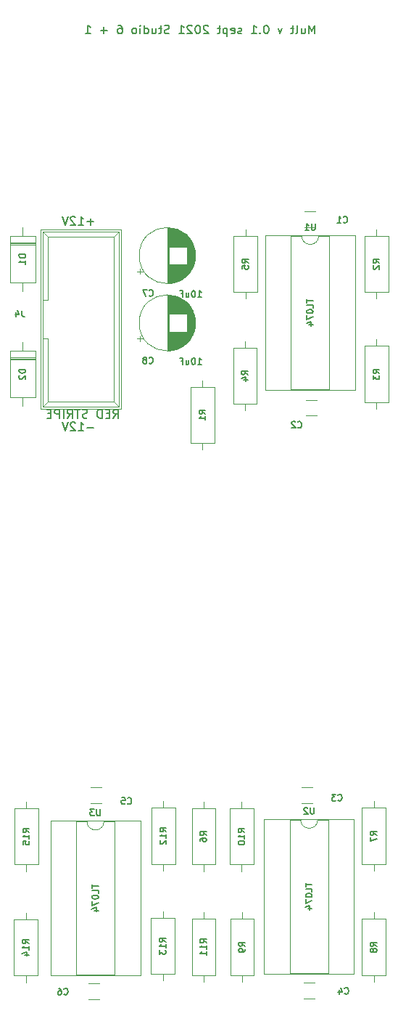
<source format=gbr>
%TF.GenerationSoftware,KiCad,Pcbnew,(5.1.9)-1*%
%TF.CreationDate,2021-09-13T19:49:27+01:00*%
%TF.ProjectId,KOSMO Mult,4b4f534d-4f20-44d7-956c-742e6b696361,rev?*%
%TF.SameCoordinates,Original*%
%TF.FileFunction,Legend,Bot*%
%TF.FilePolarity,Positive*%
%FSLAX46Y46*%
G04 Gerber Fmt 4.6, Leading zero omitted, Abs format (unit mm)*
G04 Created by KiCad (PCBNEW (5.1.9)-1) date 2021-09-13 19:49:27*
%MOMM*%
%LPD*%
G01*
G04 APERTURE LIST*
%ADD10C,0.150000*%
%ADD11C,0.120000*%
G04 APERTURE END LIST*
D10*
X53743142Y-37091880D02*
X53743142Y-36091880D01*
X53409809Y-36806166D01*
X53076476Y-36091880D01*
X53076476Y-37091880D01*
X52171714Y-36425214D02*
X52171714Y-37091880D01*
X52600285Y-36425214D02*
X52600285Y-36949023D01*
X52552666Y-37044261D01*
X52457428Y-37091880D01*
X52314571Y-37091880D01*
X52219333Y-37044261D01*
X52171714Y-36996642D01*
X51552666Y-37091880D02*
X51647904Y-37044261D01*
X51695523Y-36949023D01*
X51695523Y-36091880D01*
X51314571Y-36425214D02*
X50933619Y-36425214D01*
X51171714Y-36091880D02*
X51171714Y-36949023D01*
X51124095Y-37044261D01*
X51028857Y-37091880D01*
X50933619Y-37091880D01*
X49933619Y-36425214D02*
X49695523Y-37091880D01*
X49457428Y-36425214D01*
X48124095Y-36091880D02*
X48028857Y-36091880D01*
X47933619Y-36139500D01*
X47886000Y-36187119D01*
X47838380Y-36282357D01*
X47790761Y-36472833D01*
X47790761Y-36710928D01*
X47838380Y-36901404D01*
X47886000Y-36996642D01*
X47933619Y-37044261D01*
X48028857Y-37091880D01*
X48124095Y-37091880D01*
X48219333Y-37044261D01*
X48266952Y-36996642D01*
X48314571Y-36901404D01*
X48362190Y-36710928D01*
X48362190Y-36472833D01*
X48314571Y-36282357D01*
X48266952Y-36187119D01*
X48219333Y-36139500D01*
X48124095Y-36091880D01*
X47362190Y-36996642D02*
X47314571Y-37044261D01*
X47362190Y-37091880D01*
X47409809Y-37044261D01*
X47362190Y-36996642D01*
X47362190Y-37091880D01*
X46362190Y-37091880D02*
X46933619Y-37091880D01*
X46647904Y-37091880D02*
X46647904Y-36091880D01*
X46743142Y-36234738D01*
X46838380Y-36329976D01*
X46933619Y-36377595D01*
X45219333Y-37044261D02*
X45124095Y-37091880D01*
X44933619Y-37091880D01*
X44838380Y-37044261D01*
X44790761Y-36949023D01*
X44790761Y-36901404D01*
X44838380Y-36806166D01*
X44933619Y-36758547D01*
X45076476Y-36758547D01*
X45171714Y-36710928D01*
X45219333Y-36615690D01*
X45219333Y-36568071D01*
X45171714Y-36472833D01*
X45076476Y-36425214D01*
X44933619Y-36425214D01*
X44838380Y-36472833D01*
X43981238Y-37044261D02*
X44076476Y-37091880D01*
X44266952Y-37091880D01*
X44362190Y-37044261D01*
X44409809Y-36949023D01*
X44409809Y-36568071D01*
X44362190Y-36472833D01*
X44266952Y-36425214D01*
X44076476Y-36425214D01*
X43981238Y-36472833D01*
X43933619Y-36568071D01*
X43933619Y-36663309D01*
X44409809Y-36758547D01*
X43505047Y-36425214D02*
X43505047Y-37425214D01*
X43505047Y-36472833D02*
X43409809Y-36425214D01*
X43219333Y-36425214D01*
X43124095Y-36472833D01*
X43076476Y-36520452D01*
X43028857Y-36615690D01*
X43028857Y-36901404D01*
X43076476Y-36996642D01*
X43124095Y-37044261D01*
X43219333Y-37091880D01*
X43409809Y-37091880D01*
X43505047Y-37044261D01*
X42743142Y-36425214D02*
X42362190Y-36425214D01*
X42600285Y-36091880D02*
X42600285Y-36949023D01*
X42552666Y-37044261D01*
X42457428Y-37091880D01*
X42362190Y-37091880D01*
X41314571Y-36187119D02*
X41266952Y-36139500D01*
X41171714Y-36091880D01*
X40933619Y-36091880D01*
X40838380Y-36139500D01*
X40790761Y-36187119D01*
X40743142Y-36282357D01*
X40743142Y-36377595D01*
X40790761Y-36520452D01*
X41362190Y-37091880D01*
X40743142Y-37091880D01*
X40124095Y-36091880D02*
X40028857Y-36091880D01*
X39933619Y-36139500D01*
X39886000Y-36187119D01*
X39838380Y-36282357D01*
X39790761Y-36472833D01*
X39790761Y-36710928D01*
X39838380Y-36901404D01*
X39886000Y-36996642D01*
X39933619Y-37044261D01*
X40028857Y-37091880D01*
X40124095Y-37091880D01*
X40219333Y-37044261D01*
X40266952Y-36996642D01*
X40314571Y-36901404D01*
X40362190Y-36710928D01*
X40362190Y-36472833D01*
X40314571Y-36282357D01*
X40266952Y-36187119D01*
X40219333Y-36139500D01*
X40124095Y-36091880D01*
X39409809Y-36187119D02*
X39362190Y-36139500D01*
X39266952Y-36091880D01*
X39028857Y-36091880D01*
X38933619Y-36139500D01*
X38886000Y-36187119D01*
X38838380Y-36282357D01*
X38838380Y-36377595D01*
X38886000Y-36520452D01*
X39457428Y-37091880D01*
X38838380Y-37091880D01*
X37886000Y-37091880D02*
X38457428Y-37091880D01*
X38171714Y-37091880D02*
X38171714Y-36091880D01*
X38266952Y-36234738D01*
X38362190Y-36329976D01*
X38457428Y-36377595D01*
X36743142Y-37044261D02*
X36600285Y-37091880D01*
X36362190Y-37091880D01*
X36266952Y-37044261D01*
X36219333Y-36996642D01*
X36171714Y-36901404D01*
X36171714Y-36806166D01*
X36219333Y-36710928D01*
X36266952Y-36663309D01*
X36362190Y-36615690D01*
X36552666Y-36568071D01*
X36647904Y-36520452D01*
X36695523Y-36472833D01*
X36743142Y-36377595D01*
X36743142Y-36282357D01*
X36695523Y-36187119D01*
X36647904Y-36139500D01*
X36552666Y-36091880D01*
X36314571Y-36091880D01*
X36171714Y-36139500D01*
X35886000Y-36425214D02*
X35505047Y-36425214D01*
X35743142Y-36091880D02*
X35743142Y-36949023D01*
X35695523Y-37044261D01*
X35600285Y-37091880D01*
X35505047Y-37091880D01*
X34743142Y-36425214D02*
X34743142Y-37091880D01*
X35171714Y-36425214D02*
X35171714Y-36949023D01*
X35124095Y-37044261D01*
X35028857Y-37091880D01*
X34886000Y-37091880D01*
X34790761Y-37044261D01*
X34743142Y-36996642D01*
X33838380Y-37091880D02*
X33838380Y-36091880D01*
X33838380Y-37044261D02*
X33933619Y-37091880D01*
X34124095Y-37091880D01*
X34219333Y-37044261D01*
X34266952Y-36996642D01*
X34314571Y-36901404D01*
X34314571Y-36615690D01*
X34266952Y-36520452D01*
X34219333Y-36472833D01*
X34124095Y-36425214D01*
X33933619Y-36425214D01*
X33838380Y-36472833D01*
X33362190Y-37091880D02*
X33362190Y-36425214D01*
X33362190Y-36091880D02*
X33409809Y-36139500D01*
X33362190Y-36187119D01*
X33314571Y-36139500D01*
X33362190Y-36091880D01*
X33362190Y-36187119D01*
X32743142Y-37091880D02*
X32838380Y-37044261D01*
X32886000Y-36996642D01*
X32933619Y-36901404D01*
X32933619Y-36615690D01*
X32886000Y-36520452D01*
X32838380Y-36472833D01*
X32743142Y-36425214D01*
X32600285Y-36425214D01*
X32505047Y-36472833D01*
X32457428Y-36520452D01*
X32409809Y-36615690D01*
X32409809Y-36901404D01*
X32457428Y-36996642D01*
X32505047Y-37044261D01*
X32600285Y-37091880D01*
X32743142Y-37091880D01*
X30790761Y-36091880D02*
X30981238Y-36091880D01*
X31076476Y-36139500D01*
X31124095Y-36187119D01*
X31219333Y-36329976D01*
X31266952Y-36520452D01*
X31266952Y-36901404D01*
X31219333Y-36996642D01*
X31171714Y-37044261D01*
X31076476Y-37091880D01*
X30886000Y-37091880D01*
X30790761Y-37044261D01*
X30743142Y-36996642D01*
X30695523Y-36901404D01*
X30695523Y-36663309D01*
X30743142Y-36568071D01*
X30790761Y-36520452D01*
X30886000Y-36472833D01*
X31076476Y-36472833D01*
X31171714Y-36520452D01*
X31219333Y-36568071D01*
X31266952Y-36663309D01*
X29505047Y-36710928D02*
X28743142Y-36710928D01*
X29124095Y-37091880D02*
X29124095Y-36329976D01*
X26981238Y-37091880D02*
X27552666Y-37091880D01*
X27266952Y-37091880D02*
X27266952Y-36091880D01*
X27362190Y-36234738D01*
X27457428Y-36329976D01*
X27552666Y-36377595D01*
D11*
%TO.C,C1*%
X52564000Y-57817500D02*
X53822000Y-57817500D01*
X52564000Y-59657500D02*
X53822000Y-59657500D01*
%TO.C,C2*%
X52754500Y-79788500D02*
X54012500Y-79788500D01*
X52754500Y-81628500D02*
X54012500Y-81628500D01*
%TO.C,C3*%
X52183000Y-124937000D02*
X53441000Y-124937000D01*
X52183000Y-126777000D02*
X53441000Y-126777000D01*
%TO.C,C4*%
X52437000Y-149573500D02*
X53695000Y-149573500D01*
X52437000Y-147733500D02*
X53695000Y-147733500D01*
%TO.C,C5*%
X27608500Y-126777000D02*
X28866500Y-126777000D01*
X27608500Y-124937000D02*
X28866500Y-124937000D01*
%TO.C,C6*%
X27354500Y-149637000D02*
X28612500Y-149637000D01*
X27354500Y-147797000D02*
X28612500Y-147797000D01*
%TO.C,C7*%
X33335001Y-65103999D02*
X33335001Y-64473999D01*
X33020001Y-64788999D02*
X33650001Y-64788999D01*
X39761242Y-63351999D02*
X39761242Y-62547999D01*
X39721242Y-63582999D02*
X39721242Y-62316999D01*
X39681242Y-63751999D02*
X39681242Y-62147999D01*
X39641242Y-63889999D02*
X39641242Y-62009999D01*
X39601242Y-64008999D02*
X39601242Y-61890999D01*
X39561242Y-64114999D02*
X39561242Y-61784999D01*
X39521242Y-64211999D02*
X39521242Y-61687999D01*
X39481242Y-64299999D02*
X39481242Y-61599999D01*
X39441242Y-64381999D02*
X39441242Y-61517999D01*
X39401242Y-64458999D02*
X39401242Y-61440999D01*
X39361242Y-64530999D02*
X39361242Y-61368999D01*
X39321242Y-64599999D02*
X39321242Y-61299999D01*
X39281242Y-64663999D02*
X39281242Y-61235999D01*
X39241242Y-64725999D02*
X39241242Y-61173999D01*
X39201242Y-64783999D02*
X39201242Y-61115999D01*
X39161242Y-64839999D02*
X39161242Y-61059999D01*
X39121242Y-64893999D02*
X39121242Y-61005999D01*
X39081242Y-64944999D02*
X39081242Y-60954999D01*
X39041242Y-64993999D02*
X39041242Y-60905999D01*
X39001242Y-65041999D02*
X39001242Y-60857999D01*
X38961242Y-65086999D02*
X38961242Y-60812999D01*
X38921242Y-65131999D02*
X38921242Y-60767999D01*
X38881242Y-65173999D02*
X38881242Y-60725999D01*
X38841242Y-65214999D02*
X38841242Y-60684999D01*
X38801242Y-61909999D02*
X38801242Y-60644999D01*
X38801242Y-65254999D02*
X38801242Y-63989999D01*
X38761242Y-61909999D02*
X38761242Y-60606999D01*
X38761242Y-65292999D02*
X38761242Y-63989999D01*
X38721242Y-61909999D02*
X38721242Y-60569999D01*
X38721242Y-65329999D02*
X38721242Y-63989999D01*
X38681242Y-61909999D02*
X38681242Y-60533999D01*
X38681242Y-65365999D02*
X38681242Y-63989999D01*
X38641242Y-61909999D02*
X38641242Y-60499999D01*
X38641242Y-65399999D02*
X38641242Y-63989999D01*
X38601242Y-61909999D02*
X38601242Y-60465999D01*
X38601242Y-65433999D02*
X38601242Y-63989999D01*
X38561242Y-61909999D02*
X38561242Y-60433999D01*
X38561242Y-65465999D02*
X38561242Y-63989999D01*
X38521242Y-61909999D02*
X38521242Y-60401999D01*
X38521242Y-65497999D02*
X38521242Y-63989999D01*
X38481242Y-61909999D02*
X38481242Y-60371999D01*
X38481242Y-65527999D02*
X38481242Y-63989999D01*
X38441242Y-61909999D02*
X38441242Y-60342999D01*
X38441242Y-65556999D02*
X38441242Y-63989999D01*
X38401242Y-61909999D02*
X38401242Y-60313999D01*
X38401242Y-65585999D02*
X38401242Y-63989999D01*
X38361242Y-61909999D02*
X38361242Y-60285999D01*
X38361242Y-65613999D02*
X38361242Y-63989999D01*
X38321242Y-61909999D02*
X38321242Y-60259999D01*
X38321242Y-65639999D02*
X38321242Y-63989999D01*
X38281242Y-61909999D02*
X38281242Y-60233999D01*
X38281242Y-65665999D02*
X38281242Y-63989999D01*
X38241242Y-61909999D02*
X38241242Y-60207999D01*
X38241242Y-65691999D02*
X38241242Y-63989999D01*
X38201242Y-61909999D02*
X38201242Y-60183999D01*
X38201242Y-65715999D02*
X38201242Y-63989999D01*
X38161242Y-61909999D02*
X38161242Y-60159999D01*
X38161242Y-65739999D02*
X38161242Y-63989999D01*
X38121242Y-61909999D02*
X38121242Y-60137999D01*
X38121242Y-65761999D02*
X38121242Y-63989999D01*
X38081242Y-61909999D02*
X38081242Y-60115999D01*
X38081242Y-65783999D02*
X38081242Y-63989999D01*
X38041242Y-61909999D02*
X38041242Y-60093999D01*
X38041242Y-65805999D02*
X38041242Y-63989999D01*
X38001242Y-61909999D02*
X38001242Y-60073999D01*
X38001242Y-65825999D02*
X38001242Y-63989999D01*
X37961242Y-61909999D02*
X37961242Y-60053999D01*
X37961242Y-65845999D02*
X37961242Y-63989999D01*
X37921242Y-61909999D02*
X37921242Y-60033999D01*
X37921242Y-65865999D02*
X37921242Y-63989999D01*
X37881242Y-61909999D02*
X37881242Y-60015999D01*
X37881242Y-65883999D02*
X37881242Y-63989999D01*
X37841242Y-61909999D02*
X37841242Y-59997999D01*
X37841242Y-65901999D02*
X37841242Y-63989999D01*
X37801242Y-61909999D02*
X37801242Y-59979999D01*
X37801242Y-65919999D02*
X37801242Y-63989999D01*
X37761242Y-61909999D02*
X37761242Y-59963999D01*
X37761242Y-65935999D02*
X37761242Y-63989999D01*
X37721242Y-61909999D02*
X37721242Y-59947999D01*
X37721242Y-65951999D02*
X37721242Y-63989999D01*
X37681242Y-61909999D02*
X37681242Y-59931999D01*
X37681242Y-65967999D02*
X37681242Y-63989999D01*
X37641242Y-61909999D02*
X37641242Y-59916999D01*
X37641242Y-65982999D02*
X37641242Y-63989999D01*
X37601242Y-61909999D02*
X37601242Y-59902999D01*
X37601242Y-65996999D02*
X37601242Y-63989999D01*
X37561242Y-61909999D02*
X37561242Y-59888999D01*
X37561242Y-66010999D02*
X37561242Y-63989999D01*
X37521242Y-61909999D02*
X37521242Y-59875999D01*
X37521242Y-66023999D02*
X37521242Y-63989999D01*
X37481242Y-61909999D02*
X37481242Y-59863999D01*
X37481242Y-66035999D02*
X37481242Y-63989999D01*
X37441242Y-61909999D02*
X37441242Y-59851999D01*
X37441242Y-66047999D02*
X37441242Y-63989999D01*
X37401242Y-61909999D02*
X37401242Y-59839999D01*
X37401242Y-66059999D02*
X37401242Y-63989999D01*
X37361242Y-61909999D02*
X37361242Y-59828999D01*
X37361242Y-66070999D02*
X37361242Y-63989999D01*
X37321242Y-61909999D02*
X37321242Y-59818999D01*
X37321242Y-66080999D02*
X37321242Y-63989999D01*
X37281242Y-61909999D02*
X37281242Y-59808999D01*
X37281242Y-66090999D02*
X37281242Y-63989999D01*
X37241242Y-61909999D02*
X37241242Y-59799999D01*
X37241242Y-66099999D02*
X37241242Y-63989999D01*
X37200242Y-61909999D02*
X37200242Y-59790999D01*
X37200242Y-66108999D02*
X37200242Y-63989999D01*
X37160242Y-61909999D02*
X37160242Y-59782999D01*
X37160242Y-66116999D02*
X37160242Y-63989999D01*
X37120242Y-61909999D02*
X37120242Y-59774999D01*
X37120242Y-66124999D02*
X37120242Y-63989999D01*
X37080242Y-61909999D02*
X37080242Y-59767999D01*
X37080242Y-66131999D02*
X37080242Y-63989999D01*
X37040242Y-61909999D02*
X37040242Y-59760999D01*
X37040242Y-66138999D02*
X37040242Y-63989999D01*
X37000242Y-61909999D02*
X37000242Y-59754999D01*
X37000242Y-66144999D02*
X37000242Y-63989999D01*
X36960242Y-61909999D02*
X36960242Y-59748999D01*
X36960242Y-66150999D02*
X36960242Y-63989999D01*
X36920242Y-61909999D02*
X36920242Y-59743999D01*
X36920242Y-66155999D02*
X36920242Y-63989999D01*
X36880242Y-61909999D02*
X36880242Y-59738999D01*
X36880242Y-66160999D02*
X36880242Y-63989999D01*
X36840242Y-61909999D02*
X36840242Y-59734999D01*
X36840242Y-66164999D02*
X36840242Y-63989999D01*
X36800242Y-61909999D02*
X36800242Y-59731999D01*
X36800242Y-66167999D02*
X36800242Y-63989999D01*
X36760242Y-61909999D02*
X36760242Y-59727999D01*
X36760242Y-66171999D02*
X36760242Y-63989999D01*
X36720242Y-66173999D02*
X36720242Y-59725999D01*
X36680242Y-66176999D02*
X36680242Y-59722999D01*
X36640242Y-66177999D02*
X36640242Y-59721999D01*
X36600242Y-66179999D02*
X36600242Y-59719999D01*
X36560242Y-66179999D02*
X36560242Y-59719999D01*
X36520242Y-66179999D02*
X36520242Y-59719999D01*
X39790242Y-62949999D02*
G75*
G03*
X39790242Y-62949999I-3270000J0D01*
G01*
%TO.C,C8*%
X39790242Y-70799999D02*
G75*
G03*
X39790242Y-70799999I-3270000J0D01*
G01*
X36520242Y-74029999D02*
X36520242Y-67569999D01*
X36560242Y-74029999D02*
X36560242Y-67569999D01*
X36600242Y-74029999D02*
X36600242Y-67569999D01*
X36640242Y-74027999D02*
X36640242Y-67571999D01*
X36680242Y-74026999D02*
X36680242Y-67572999D01*
X36720242Y-74023999D02*
X36720242Y-67575999D01*
X36760242Y-74021999D02*
X36760242Y-71839999D01*
X36760242Y-69759999D02*
X36760242Y-67577999D01*
X36800242Y-74017999D02*
X36800242Y-71839999D01*
X36800242Y-69759999D02*
X36800242Y-67581999D01*
X36840242Y-74014999D02*
X36840242Y-71839999D01*
X36840242Y-69759999D02*
X36840242Y-67584999D01*
X36880242Y-74010999D02*
X36880242Y-71839999D01*
X36880242Y-69759999D02*
X36880242Y-67588999D01*
X36920242Y-74005999D02*
X36920242Y-71839999D01*
X36920242Y-69759999D02*
X36920242Y-67593999D01*
X36960242Y-74000999D02*
X36960242Y-71839999D01*
X36960242Y-69759999D02*
X36960242Y-67598999D01*
X37000242Y-73994999D02*
X37000242Y-71839999D01*
X37000242Y-69759999D02*
X37000242Y-67604999D01*
X37040242Y-73988999D02*
X37040242Y-71839999D01*
X37040242Y-69759999D02*
X37040242Y-67610999D01*
X37080242Y-73981999D02*
X37080242Y-71839999D01*
X37080242Y-69759999D02*
X37080242Y-67617999D01*
X37120242Y-73974999D02*
X37120242Y-71839999D01*
X37120242Y-69759999D02*
X37120242Y-67624999D01*
X37160242Y-73966999D02*
X37160242Y-71839999D01*
X37160242Y-69759999D02*
X37160242Y-67632999D01*
X37200242Y-73958999D02*
X37200242Y-71839999D01*
X37200242Y-69759999D02*
X37200242Y-67640999D01*
X37241242Y-73949999D02*
X37241242Y-71839999D01*
X37241242Y-69759999D02*
X37241242Y-67649999D01*
X37281242Y-73940999D02*
X37281242Y-71839999D01*
X37281242Y-69759999D02*
X37281242Y-67658999D01*
X37321242Y-73930999D02*
X37321242Y-71839999D01*
X37321242Y-69759999D02*
X37321242Y-67668999D01*
X37361242Y-73920999D02*
X37361242Y-71839999D01*
X37361242Y-69759999D02*
X37361242Y-67678999D01*
X37401242Y-73909999D02*
X37401242Y-71839999D01*
X37401242Y-69759999D02*
X37401242Y-67689999D01*
X37441242Y-73897999D02*
X37441242Y-71839999D01*
X37441242Y-69759999D02*
X37441242Y-67701999D01*
X37481242Y-73885999D02*
X37481242Y-71839999D01*
X37481242Y-69759999D02*
X37481242Y-67713999D01*
X37521242Y-73873999D02*
X37521242Y-71839999D01*
X37521242Y-69759999D02*
X37521242Y-67725999D01*
X37561242Y-73860999D02*
X37561242Y-71839999D01*
X37561242Y-69759999D02*
X37561242Y-67738999D01*
X37601242Y-73846999D02*
X37601242Y-71839999D01*
X37601242Y-69759999D02*
X37601242Y-67752999D01*
X37641242Y-73832999D02*
X37641242Y-71839999D01*
X37641242Y-69759999D02*
X37641242Y-67766999D01*
X37681242Y-73817999D02*
X37681242Y-71839999D01*
X37681242Y-69759999D02*
X37681242Y-67781999D01*
X37721242Y-73801999D02*
X37721242Y-71839999D01*
X37721242Y-69759999D02*
X37721242Y-67797999D01*
X37761242Y-73785999D02*
X37761242Y-71839999D01*
X37761242Y-69759999D02*
X37761242Y-67813999D01*
X37801242Y-73769999D02*
X37801242Y-71839999D01*
X37801242Y-69759999D02*
X37801242Y-67829999D01*
X37841242Y-73751999D02*
X37841242Y-71839999D01*
X37841242Y-69759999D02*
X37841242Y-67847999D01*
X37881242Y-73733999D02*
X37881242Y-71839999D01*
X37881242Y-69759999D02*
X37881242Y-67865999D01*
X37921242Y-73715999D02*
X37921242Y-71839999D01*
X37921242Y-69759999D02*
X37921242Y-67883999D01*
X37961242Y-73695999D02*
X37961242Y-71839999D01*
X37961242Y-69759999D02*
X37961242Y-67903999D01*
X38001242Y-73675999D02*
X38001242Y-71839999D01*
X38001242Y-69759999D02*
X38001242Y-67923999D01*
X38041242Y-73655999D02*
X38041242Y-71839999D01*
X38041242Y-69759999D02*
X38041242Y-67943999D01*
X38081242Y-73633999D02*
X38081242Y-71839999D01*
X38081242Y-69759999D02*
X38081242Y-67965999D01*
X38121242Y-73611999D02*
X38121242Y-71839999D01*
X38121242Y-69759999D02*
X38121242Y-67987999D01*
X38161242Y-73589999D02*
X38161242Y-71839999D01*
X38161242Y-69759999D02*
X38161242Y-68009999D01*
X38201242Y-73565999D02*
X38201242Y-71839999D01*
X38201242Y-69759999D02*
X38201242Y-68033999D01*
X38241242Y-73541999D02*
X38241242Y-71839999D01*
X38241242Y-69759999D02*
X38241242Y-68057999D01*
X38281242Y-73515999D02*
X38281242Y-71839999D01*
X38281242Y-69759999D02*
X38281242Y-68083999D01*
X38321242Y-73489999D02*
X38321242Y-71839999D01*
X38321242Y-69759999D02*
X38321242Y-68109999D01*
X38361242Y-73463999D02*
X38361242Y-71839999D01*
X38361242Y-69759999D02*
X38361242Y-68135999D01*
X38401242Y-73435999D02*
X38401242Y-71839999D01*
X38401242Y-69759999D02*
X38401242Y-68163999D01*
X38441242Y-73406999D02*
X38441242Y-71839999D01*
X38441242Y-69759999D02*
X38441242Y-68192999D01*
X38481242Y-73377999D02*
X38481242Y-71839999D01*
X38481242Y-69759999D02*
X38481242Y-68221999D01*
X38521242Y-73347999D02*
X38521242Y-71839999D01*
X38521242Y-69759999D02*
X38521242Y-68251999D01*
X38561242Y-73315999D02*
X38561242Y-71839999D01*
X38561242Y-69759999D02*
X38561242Y-68283999D01*
X38601242Y-73283999D02*
X38601242Y-71839999D01*
X38601242Y-69759999D02*
X38601242Y-68315999D01*
X38641242Y-73249999D02*
X38641242Y-71839999D01*
X38641242Y-69759999D02*
X38641242Y-68349999D01*
X38681242Y-73215999D02*
X38681242Y-71839999D01*
X38681242Y-69759999D02*
X38681242Y-68383999D01*
X38721242Y-73179999D02*
X38721242Y-71839999D01*
X38721242Y-69759999D02*
X38721242Y-68419999D01*
X38761242Y-73142999D02*
X38761242Y-71839999D01*
X38761242Y-69759999D02*
X38761242Y-68456999D01*
X38801242Y-73104999D02*
X38801242Y-71839999D01*
X38801242Y-69759999D02*
X38801242Y-68494999D01*
X38841242Y-73064999D02*
X38841242Y-68534999D01*
X38881242Y-73023999D02*
X38881242Y-68575999D01*
X38921242Y-72981999D02*
X38921242Y-68617999D01*
X38961242Y-72936999D02*
X38961242Y-68662999D01*
X39001242Y-72891999D02*
X39001242Y-68707999D01*
X39041242Y-72843999D02*
X39041242Y-68755999D01*
X39081242Y-72794999D02*
X39081242Y-68804999D01*
X39121242Y-72743999D02*
X39121242Y-68855999D01*
X39161242Y-72689999D02*
X39161242Y-68909999D01*
X39201242Y-72633999D02*
X39201242Y-68965999D01*
X39241242Y-72575999D02*
X39241242Y-69023999D01*
X39281242Y-72513999D02*
X39281242Y-69085999D01*
X39321242Y-72449999D02*
X39321242Y-69149999D01*
X39361242Y-72380999D02*
X39361242Y-69218999D01*
X39401242Y-72308999D02*
X39401242Y-69290999D01*
X39441242Y-72231999D02*
X39441242Y-69367999D01*
X39481242Y-72149999D02*
X39481242Y-69449999D01*
X39521242Y-72061999D02*
X39521242Y-69537999D01*
X39561242Y-71964999D02*
X39561242Y-69634999D01*
X39601242Y-71858999D02*
X39601242Y-69740999D01*
X39641242Y-71739999D02*
X39641242Y-69859999D01*
X39681242Y-71601999D02*
X39681242Y-69997999D01*
X39721242Y-71432999D02*
X39721242Y-70166999D01*
X39761242Y-71201999D02*
X39761242Y-70397999D01*
X33020001Y-72638999D02*
X33650001Y-72638999D01*
X33335001Y-72953999D02*
X33335001Y-72323999D01*
%TO.C,D1*%
X18151500Y-60653000D02*
X21091500Y-60653000D01*
X21091500Y-60653000D02*
X21091500Y-66093000D01*
X21091500Y-66093000D02*
X18151500Y-66093000D01*
X18151500Y-66093000D02*
X18151500Y-60653000D01*
X19621500Y-59633000D02*
X19621500Y-60653000D01*
X19621500Y-67113000D02*
X19621500Y-66093000D01*
X18151500Y-61553000D02*
X21091500Y-61553000D01*
X18151500Y-61673000D02*
X21091500Y-61673000D01*
X18151500Y-61433000D02*
X21091500Y-61433000D01*
%TO.C,D2*%
X18151500Y-74831500D02*
X21091500Y-74831500D01*
X18151500Y-75071500D02*
X21091500Y-75071500D01*
X18151500Y-74951500D02*
X21091500Y-74951500D01*
X19621500Y-80511500D02*
X19621500Y-79491500D01*
X19621500Y-73031500D02*
X19621500Y-74051500D01*
X18151500Y-79491500D02*
X18151500Y-74051500D01*
X21091500Y-79491500D02*
X18151500Y-79491500D01*
X21091500Y-74051500D02*
X21091500Y-79491500D01*
X18151500Y-74051500D02*
X21091500Y-74051500D01*
%TO.C,J4*%
X22546000Y-72608000D02*
X22546000Y-79988000D01*
X22046000Y-72608000D02*
X22526000Y-72608000D01*
X22546000Y-68108000D02*
X22036000Y-68108000D01*
X22546000Y-60738000D02*
X22546000Y-68088000D01*
X22546000Y-60738000D02*
X22046000Y-60238000D01*
X30296000Y-60738000D02*
X22546000Y-60738000D01*
X30296000Y-60738000D02*
X30846000Y-60188000D01*
X30296000Y-79988000D02*
X30296000Y-60738000D01*
X30296000Y-79988000D02*
X30846000Y-80538000D01*
X22546000Y-79988000D02*
X30296000Y-79988000D01*
X21996000Y-80538000D02*
X22546000Y-79988000D01*
X21996000Y-60188000D02*
X21996000Y-80538000D01*
X30846000Y-60188000D02*
X21996000Y-60188000D01*
X30846000Y-80538000D02*
X30846000Y-60188000D01*
X21996000Y-80538000D02*
X30846000Y-80538000D01*
X21741000Y-80788000D02*
X31091000Y-80788000D01*
X21741000Y-59928000D02*
X21741000Y-80788000D01*
X31091000Y-59928000D02*
X21741000Y-59928000D01*
X31091000Y-80788000D02*
X31091000Y-59928000D01*
%TO.C,R1*%
X40640000Y-77494000D02*
X40640000Y-78264000D01*
X40640000Y-85574000D02*
X40640000Y-84804000D01*
X42010000Y-78264000D02*
X42010000Y-84804000D01*
X39270000Y-78264000D02*
X42010000Y-78264000D01*
X39270000Y-84804000D02*
X39270000Y-78264000D01*
X42010000Y-84804000D02*
X39270000Y-84804000D01*
%TO.C,R2*%
X59590000Y-60674500D02*
X62330000Y-60674500D01*
X62330000Y-60674500D02*
X62330000Y-67214500D01*
X62330000Y-67214500D02*
X59590000Y-67214500D01*
X59590000Y-67214500D02*
X59590000Y-60674500D01*
X60960000Y-59904500D02*
X60960000Y-60674500D01*
X60960000Y-67984500D02*
X60960000Y-67214500D01*
%TO.C,R3*%
X60960000Y-72731500D02*
X60960000Y-73501500D01*
X60960000Y-80811500D02*
X60960000Y-80041500D01*
X62330000Y-73501500D02*
X62330000Y-80041500D01*
X59590000Y-73501500D02*
X62330000Y-73501500D01*
X59590000Y-80041500D02*
X59590000Y-73501500D01*
X62330000Y-80041500D02*
X59590000Y-80041500D01*
%TO.C,R4*%
X44223000Y-73692000D02*
X46963000Y-73692000D01*
X46963000Y-73692000D02*
X46963000Y-80232000D01*
X46963000Y-80232000D02*
X44223000Y-80232000D01*
X44223000Y-80232000D02*
X44223000Y-73692000D01*
X45593000Y-72922000D02*
X45593000Y-73692000D01*
X45593000Y-81002000D02*
X45593000Y-80232000D01*
%TO.C,R5*%
X45656500Y-67984500D02*
X45656500Y-67214500D01*
X45656500Y-59904500D02*
X45656500Y-60674500D01*
X44286500Y-67214500D02*
X44286500Y-60674500D01*
X47026500Y-67214500D02*
X44286500Y-67214500D01*
X47026500Y-60674500D02*
X47026500Y-67214500D01*
X44286500Y-60674500D02*
X47026500Y-60674500D01*
%TO.C,R6*%
X42137000Y-133953000D02*
X39397000Y-133953000D01*
X39397000Y-133953000D02*
X39397000Y-127413000D01*
X39397000Y-127413000D02*
X42137000Y-127413000D01*
X42137000Y-127413000D02*
X42137000Y-133953000D01*
X40767000Y-134723000D02*
X40767000Y-133953000D01*
X40767000Y-126643000D02*
X40767000Y-127413000D01*
%TO.C,R7*%
X60642500Y-134659500D02*
X60642500Y-133889500D01*
X60642500Y-126579500D02*
X60642500Y-127349500D01*
X59272500Y-133889500D02*
X59272500Y-127349500D01*
X62012500Y-133889500D02*
X59272500Y-133889500D01*
X62012500Y-127349500D02*
X62012500Y-133889500D01*
X59272500Y-127349500D02*
X62012500Y-127349500D01*
%TO.C,R8*%
X60642500Y-147613500D02*
X60642500Y-146843500D01*
X60642500Y-139533500D02*
X60642500Y-140303500D01*
X59272500Y-146843500D02*
X59272500Y-140303500D01*
X62012500Y-146843500D02*
X59272500Y-146843500D01*
X62012500Y-140303500D02*
X62012500Y-146843500D01*
X59272500Y-140303500D02*
X62012500Y-140303500D01*
%TO.C,R9*%
X43905500Y-140303500D02*
X46645500Y-140303500D01*
X46645500Y-140303500D02*
X46645500Y-146843500D01*
X46645500Y-146843500D02*
X43905500Y-146843500D01*
X43905500Y-146843500D02*
X43905500Y-140303500D01*
X45275500Y-139533500D02*
X45275500Y-140303500D01*
X45275500Y-147613500D02*
X45275500Y-146843500D01*
%TO.C,R10*%
X45212000Y-126643000D02*
X45212000Y-127413000D01*
X45212000Y-134723000D02*
X45212000Y-133953000D01*
X46582000Y-127413000D02*
X46582000Y-133953000D01*
X43842000Y-127413000D02*
X46582000Y-127413000D01*
X43842000Y-133953000D02*
X43842000Y-127413000D01*
X46582000Y-133953000D02*
X43842000Y-133953000D01*
%TO.C,R11*%
X39397000Y-140303500D02*
X42137000Y-140303500D01*
X42137000Y-140303500D02*
X42137000Y-146843500D01*
X42137000Y-146843500D02*
X39397000Y-146843500D01*
X39397000Y-146843500D02*
X39397000Y-140303500D01*
X40767000Y-139533500D02*
X40767000Y-140303500D01*
X40767000Y-147613500D02*
X40767000Y-146843500D01*
%TO.C,R12*%
X36068000Y-134659500D02*
X36068000Y-133889500D01*
X36068000Y-126579500D02*
X36068000Y-127349500D01*
X34698000Y-133889500D02*
X34698000Y-127349500D01*
X37438000Y-133889500D02*
X34698000Y-133889500D01*
X37438000Y-127349500D02*
X37438000Y-133889500D01*
X34698000Y-127349500D02*
X37438000Y-127349500D01*
%TO.C,R13*%
X37374500Y-146716500D02*
X34634500Y-146716500D01*
X34634500Y-146716500D02*
X34634500Y-140176500D01*
X34634500Y-140176500D02*
X37374500Y-140176500D01*
X37374500Y-140176500D02*
X37374500Y-146716500D01*
X36004500Y-147486500D02*
X36004500Y-146716500D01*
X36004500Y-139406500D02*
X36004500Y-140176500D01*
%TO.C,R14*%
X20002500Y-139597000D02*
X20002500Y-140367000D01*
X20002500Y-147677000D02*
X20002500Y-146907000D01*
X21372500Y-140367000D02*
X21372500Y-146907000D01*
X18632500Y-140367000D02*
X21372500Y-140367000D01*
X18632500Y-146907000D02*
X18632500Y-140367000D01*
X21372500Y-146907000D02*
X18632500Y-146907000D01*
%TO.C,R15*%
X21436000Y-133953000D02*
X18696000Y-133953000D01*
X18696000Y-133953000D02*
X18696000Y-127413000D01*
X18696000Y-127413000D02*
X21436000Y-127413000D01*
X21436000Y-127413000D02*
X21436000Y-133953000D01*
X20066000Y-134723000D02*
X20066000Y-133953000D01*
X20066000Y-126643000D02*
X20066000Y-127413000D01*
%TO.C,U1*%
X54213000Y-60646000D02*
X55463000Y-60646000D01*
X55463000Y-60646000D02*
X55463000Y-78546000D01*
X55463000Y-78546000D02*
X50963000Y-78546000D01*
X50963000Y-78546000D02*
X50963000Y-60646000D01*
X50963000Y-60646000D02*
X52213000Y-60646000D01*
X58463000Y-60586000D02*
X58463000Y-78606000D01*
X58463000Y-78606000D02*
X47963000Y-78606000D01*
X47963000Y-78606000D02*
X47963000Y-60586000D01*
X47963000Y-60586000D02*
X58463000Y-60586000D01*
X52213000Y-60646000D02*
G75*
G03*
X54213000Y-60646000I1000000J0D01*
G01*
%TO.C,U2*%
X52086000Y-128718000D02*
G75*
G03*
X54086000Y-128718000I1000000J0D01*
G01*
X47836000Y-128658000D02*
X58336000Y-128658000D01*
X47836000Y-146678000D02*
X47836000Y-128658000D01*
X58336000Y-146678000D02*
X47836000Y-146678000D01*
X58336000Y-128658000D02*
X58336000Y-146678000D01*
X50836000Y-128718000D02*
X52086000Y-128718000D01*
X50836000Y-146618000D02*
X50836000Y-128718000D01*
X55336000Y-146618000D02*
X50836000Y-146618000D01*
X55336000Y-128718000D02*
X55336000Y-146618000D01*
X54086000Y-128718000D02*
X55336000Y-128718000D01*
%TO.C,U3*%
X29130500Y-128908500D02*
X30380500Y-128908500D01*
X30380500Y-128908500D02*
X30380500Y-146808500D01*
X30380500Y-146808500D02*
X25880500Y-146808500D01*
X25880500Y-146808500D02*
X25880500Y-128908500D01*
X25880500Y-128908500D02*
X27130500Y-128908500D01*
X33380500Y-128848500D02*
X33380500Y-146868500D01*
X33380500Y-146868500D02*
X22880500Y-146868500D01*
X22880500Y-146868500D02*
X22880500Y-128848500D01*
X22880500Y-128848500D02*
X33380500Y-128848500D01*
X27130500Y-128908500D02*
G75*
G03*
X29130500Y-128908500I1000000J0D01*
G01*
%TO.C,C1*%
D10*
X57084500Y-59068857D02*
X57120214Y-59104571D01*
X57227357Y-59140285D01*
X57298785Y-59140285D01*
X57405928Y-59104571D01*
X57477357Y-59033142D01*
X57513071Y-58961714D01*
X57548785Y-58818857D01*
X57548785Y-58711714D01*
X57513071Y-58568857D01*
X57477357Y-58497428D01*
X57405928Y-58426000D01*
X57298785Y-58390285D01*
X57227357Y-58390285D01*
X57120214Y-58426000D01*
X57084500Y-58461714D01*
X56370214Y-59140285D02*
X56798785Y-59140285D01*
X56584500Y-59140285D02*
X56584500Y-58390285D01*
X56655928Y-58497428D01*
X56727357Y-58568857D01*
X56798785Y-58604571D01*
%TO.C,C2*%
X51758500Y-82976357D02*
X51794214Y-83012071D01*
X51901357Y-83047785D01*
X51972785Y-83047785D01*
X52079928Y-83012071D01*
X52151357Y-82940642D01*
X52187071Y-82869214D01*
X52222785Y-82726357D01*
X52222785Y-82619214D01*
X52187071Y-82476357D01*
X52151357Y-82404928D01*
X52079928Y-82333500D01*
X51972785Y-82297785D01*
X51901357Y-82297785D01*
X51794214Y-82333500D01*
X51758500Y-82369214D01*
X51472785Y-82369214D02*
X51437071Y-82333500D01*
X51365642Y-82297785D01*
X51187071Y-82297785D01*
X51115642Y-82333500D01*
X51079928Y-82369214D01*
X51044214Y-82440642D01*
X51044214Y-82512071D01*
X51079928Y-82619214D01*
X51508500Y-83047785D01*
X51044214Y-83047785D01*
%TO.C,C3*%
X56449500Y-126442357D02*
X56485214Y-126478071D01*
X56592357Y-126513785D01*
X56663785Y-126513785D01*
X56770928Y-126478071D01*
X56842357Y-126406642D01*
X56878071Y-126335214D01*
X56913785Y-126192357D01*
X56913785Y-126085214D01*
X56878071Y-125942357D01*
X56842357Y-125870928D01*
X56770928Y-125799500D01*
X56663785Y-125763785D01*
X56592357Y-125763785D01*
X56485214Y-125799500D01*
X56449500Y-125835214D01*
X56199500Y-125763785D02*
X55735214Y-125763785D01*
X55985214Y-126049500D01*
X55878071Y-126049500D01*
X55806642Y-126085214D01*
X55770928Y-126120928D01*
X55735214Y-126192357D01*
X55735214Y-126370928D01*
X55770928Y-126442357D01*
X55806642Y-126478071D01*
X55878071Y-126513785D01*
X56092357Y-126513785D01*
X56163785Y-126478071D01*
X56199500Y-126442357D01*
%TO.C,C4*%
X57211500Y-148984857D02*
X57247214Y-149020571D01*
X57354357Y-149056285D01*
X57425785Y-149056285D01*
X57532928Y-149020571D01*
X57604357Y-148949142D01*
X57640071Y-148877714D01*
X57675785Y-148734857D01*
X57675785Y-148627714D01*
X57640071Y-148484857D01*
X57604357Y-148413428D01*
X57532928Y-148342000D01*
X57425785Y-148306285D01*
X57354357Y-148306285D01*
X57247214Y-148342000D01*
X57211500Y-148377714D01*
X56568642Y-148556285D02*
X56568642Y-149056285D01*
X56747214Y-148270571D02*
X56925785Y-148806285D01*
X56461500Y-148806285D01*
%TO.C,C5*%
X31875000Y-126823357D02*
X31910714Y-126859071D01*
X32017857Y-126894785D01*
X32089285Y-126894785D01*
X32196428Y-126859071D01*
X32267857Y-126787642D01*
X32303571Y-126716214D01*
X32339285Y-126573357D01*
X32339285Y-126466214D01*
X32303571Y-126323357D01*
X32267857Y-126251928D01*
X32196428Y-126180500D01*
X32089285Y-126144785D01*
X32017857Y-126144785D01*
X31910714Y-126180500D01*
X31875000Y-126216214D01*
X31196428Y-126144785D02*
X31553571Y-126144785D01*
X31589285Y-126501928D01*
X31553571Y-126466214D01*
X31482142Y-126430500D01*
X31303571Y-126430500D01*
X31232142Y-126466214D01*
X31196428Y-126501928D01*
X31160714Y-126573357D01*
X31160714Y-126751928D01*
X31196428Y-126823357D01*
X31232142Y-126859071D01*
X31303571Y-126894785D01*
X31482142Y-126894785D01*
X31553571Y-126859071D01*
X31589285Y-126823357D01*
%TO.C,C6*%
X24445500Y-149048357D02*
X24481214Y-149084071D01*
X24588357Y-149119785D01*
X24659785Y-149119785D01*
X24766928Y-149084071D01*
X24838357Y-149012642D01*
X24874071Y-148941214D01*
X24909785Y-148798357D01*
X24909785Y-148691214D01*
X24874071Y-148548357D01*
X24838357Y-148476928D01*
X24766928Y-148405500D01*
X24659785Y-148369785D01*
X24588357Y-148369785D01*
X24481214Y-148405500D01*
X24445500Y-148441214D01*
X23802642Y-148369785D02*
X23945500Y-148369785D01*
X24016928Y-148405500D01*
X24052642Y-148441214D01*
X24124071Y-148548357D01*
X24159785Y-148691214D01*
X24159785Y-148976928D01*
X24124071Y-149048357D01*
X24088357Y-149084071D01*
X24016928Y-149119785D01*
X23874071Y-149119785D01*
X23802642Y-149084071D01*
X23766928Y-149048357D01*
X23731214Y-148976928D01*
X23731214Y-148798357D01*
X23766928Y-148726928D01*
X23802642Y-148691214D01*
X23874071Y-148655500D01*
X24016928Y-148655500D01*
X24088357Y-148691214D01*
X24124071Y-148726928D01*
X24159785Y-148798357D01*
%TO.C,C7*%
X34395242Y-67617856D02*
X34430956Y-67653570D01*
X34538099Y-67689284D01*
X34609527Y-67689284D01*
X34716670Y-67653570D01*
X34788099Y-67582141D01*
X34823813Y-67510713D01*
X34859527Y-67367856D01*
X34859527Y-67260713D01*
X34823813Y-67117856D01*
X34788099Y-67046427D01*
X34716670Y-66974999D01*
X34609527Y-66939284D01*
X34538099Y-66939284D01*
X34430956Y-66974999D01*
X34395242Y-67010713D01*
X34145242Y-66939284D02*
X33645242Y-66939284D01*
X33966670Y-67689284D01*
X40073813Y-67789284D02*
X40502384Y-67789284D01*
X40288099Y-67789284D02*
X40288099Y-67039284D01*
X40359527Y-67146427D01*
X40430956Y-67217856D01*
X40502384Y-67253570D01*
X39609527Y-67039284D02*
X39538099Y-67039284D01*
X39466670Y-67074999D01*
X39430956Y-67110713D01*
X39395242Y-67182141D01*
X39359527Y-67324999D01*
X39359527Y-67503570D01*
X39395242Y-67646427D01*
X39430956Y-67717856D01*
X39466670Y-67753570D01*
X39538099Y-67789284D01*
X39609527Y-67789284D01*
X39680956Y-67753570D01*
X39716670Y-67717856D01*
X39752384Y-67646427D01*
X39788099Y-67503570D01*
X39788099Y-67324999D01*
X39752384Y-67182141D01*
X39716670Y-67110713D01*
X39680956Y-67074999D01*
X39609527Y-67039284D01*
X38716670Y-67289284D02*
X38716670Y-67789284D01*
X39038099Y-67289284D02*
X39038099Y-67682141D01*
X39002384Y-67753570D01*
X38930956Y-67789284D01*
X38823813Y-67789284D01*
X38752384Y-67753570D01*
X38716670Y-67717856D01*
X38109527Y-67396427D02*
X38359527Y-67396427D01*
X38359527Y-67789284D02*
X38359527Y-67039284D01*
X38002384Y-67039284D01*
%TO.C,C8*%
X34395242Y-75467856D02*
X34430956Y-75503570D01*
X34538099Y-75539284D01*
X34609527Y-75539284D01*
X34716670Y-75503570D01*
X34788099Y-75432141D01*
X34823813Y-75360713D01*
X34859527Y-75217856D01*
X34859527Y-75110713D01*
X34823813Y-74967856D01*
X34788099Y-74896427D01*
X34716670Y-74824999D01*
X34609527Y-74789284D01*
X34538099Y-74789284D01*
X34430956Y-74824999D01*
X34395242Y-74860713D01*
X33966670Y-75110713D02*
X34038099Y-75074999D01*
X34073813Y-75039284D01*
X34109527Y-74967856D01*
X34109527Y-74932141D01*
X34073813Y-74860713D01*
X34038099Y-74824999D01*
X33966670Y-74789284D01*
X33823813Y-74789284D01*
X33752384Y-74824999D01*
X33716670Y-74860713D01*
X33680956Y-74932141D01*
X33680956Y-74967856D01*
X33716670Y-75039284D01*
X33752384Y-75074999D01*
X33823813Y-75110713D01*
X33966670Y-75110713D01*
X34038099Y-75146427D01*
X34073813Y-75182141D01*
X34109527Y-75253570D01*
X34109527Y-75396427D01*
X34073813Y-75467856D01*
X34038099Y-75503570D01*
X33966670Y-75539284D01*
X33823813Y-75539284D01*
X33752384Y-75503570D01*
X33716670Y-75467856D01*
X33680956Y-75396427D01*
X33680956Y-75253570D01*
X33716670Y-75182141D01*
X33752384Y-75146427D01*
X33823813Y-75110713D01*
X40073813Y-75639284D02*
X40502384Y-75639284D01*
X40288099Y-75639284D02*
X40288099Y-74889284D01*
X40359527Y-74996427D01*
X40430956Y-75067856D01*
X40502384Y-75103570D01*
X39609527Y-74889284D02*
X39538099Y-74889284D01*
X39466670Y-74924999D01*
X39430956Y-74960713D01*
X39395242Y-75032141D01*
X39359527Y-75174999D01*
X39359527Y-75353570D01*
X39395242Y-75496427D01*
X39430956Y-75567856D01*
X39466670Y-75603570D01*
X39538099Y-75639284D01*
X39609527Y-75639284D01*
X39680956Y-75603570D01*
X39716670Y-75567856D01*
X39752384Y-75496427D01*
X39788099Y-75353570D01*
X39788099Y-75174999D01*
X39752384Y-75032141D01*
X39716670Y-74960713D01*
X39680956Y-74924999D01*
X39609527Y-74889284D01*
X38716670Y-75139284D02*
X38716670Y-75639284D01*
X39038099Y-75139284D02*
X39038099Y-75532141D01*
X39002384Y-75603570D01*
X38930956Y-75639284D01*
X38823813Y-75639284D01*
X38752384Y-75603570D01*
X38716670Y-75567856D01*
X38109527Y-75246427D02*
X38359527Y-75246427D01*
X38359527Y-75639284D02*
X38359527Y-74889284D01*
X38002384Y-74889284D01*
%TO.C,D1*%
X19960785Y-62819428D02*
X19210785Y-62819428D01*
X19210785Y-62998000D01*
X19246500Y-63105142D01*
X19317928Y-63176571D01*
X19389357Y-63212285D01*
X19532214Y-63248000D01*
X19639357Y-63248000D01*
X19782214Y-63212285D01*
X19853642Y-63176571D01*
X19925071Y-63105142D01*
X19960785Y-62998000D01*
X19960785Y-62819428D01*
X19960785Y-63962285D02*
X19960785Y-63533714D01*
X19960785Y-63748000D02*
X19210785Y-63748000D01*
X19317928Y-63676571D01*
X19389357Y-63605142D01*
X19425071Y-63533714D01*
%TO.C,D2*%
X19960785Y-76217928D02*
X19210785Y-76217928D01*
X19210785Y-76396500D01*
X19246500Y-76503642D01*
X19317928Y-76575071D01*
X19389357Y-76610785D01*
X19532214Y-76646500D01*
X19639357Y-76646500D01*
X19782214Y-76610785D01*
X19853642Y-76575071D01*
X19925071Y-76503642D01*
X19960785Y-76396500D01*
X19960785Y-76217928D01*
X19282214Y-76932214D02*
X19246500Y-76967928D01*
X19210785Y-77039357D01*
X19210785Y-77217928D01*
X19246500Y-77289357D01*
X19282214Y-77325071D01*
X19353642Y-77360785D01*
X19425071Y-77360785D01*
X19532214Y-77325071D01*
X19960785Y-76896500D01*
X19960785Y-77360785D01*
%TO.C,J4*%
X19546000Y-69357285D02*
X19546000Y-69893000D01*
X19581714Y-70000142D01*
X19653142Y-70071571D01*
X19760285Y-70107285D01*
X19831714Y-70107285D01*
X18867428Y-69607285D02*
X18867428Y-70107285D01*
X19046000Y-69321571D02*
X19224571Y-69857285D01*
X18760285Y-69857285D01*
X27907904Y-59009428D02*
X27146000Y-59009428D01*
X27526952Y-59390380D02*
X27526952Y-58628476D01*
X26146000Y-59390380D02*
X26717428Y-59390380D01*
X26431714Y-59390380D02*
X26431714Y-58390380D01*
X26526952Y-58533238D01*
X26622190Y-58628476D01*
X26717428Y-58676095D01*
X25765047Y-58485619D02*
X25717428Y-58438000D01*
X25622190Y-58390380D01*
X25384095Y-58390380D01*
X25288857Y-58438000D01*
X25241238Y-58485619D01*
X25193619Y-58580857D01*
X25193619Y-58676095D01*
X25241238Y-58818952D01*
X25812666Y-59390380D01*
X25193619Y-59390380D01*
X24907904Y-58390380D02*
X24574571Y-59390380D01*
X24241238Y-58390380D01*
X27907904Y-83009428D02*
X27146000Y-83009428D01*
X26146000Y-83390380D02*
X26717428Y-83390380D01*
X26431714Y-83390380D02*
X26431714Y-82390380D01*
X26526952Y-82533238D01*
X26622190Y-82628476D01*
X26717428Y-82676095D01*
X25765047Y-82485619D02*
X25717428Y-82438000D01*
X25622190Y-82390380D01*
X25384095Y-82390380D01*
X25288857Y-82438000D01*
X25241238Y-82485619D01*
X25193619Y-82580857D01*
X25193619Y-82676095D01*
X25241238Y-82818952D01*
X25812666Y-83390380D01*
X25193619Y-83390380D01*
X24907904Y-82390380D02*
X24574571Y-83390380D01*
X24241238Y-82390380D01*
X30217428Y-81890380D02*
X30550761Y-81414190D01*
X30788857Y-81890380D02*
X30788857Y-80890380D01*
X30407904Y-80890380D01*
X30312666Y-80938000D01*
X30265047Y-80985619D01*
X30217428Y-81080857D01*
X30217428Y-81223714D01*
X30265047Y-81318952D01*
X30312666Y-81366571D01*
X30407904Y-81414190D01*
X30788857Y-81414190D01*
X29788857Y-81366571D02*
X29455523Y-81366571D01*
X29312666Y-81890380D02*
X29788857Y-81890380D01*
X29788857Y-80890380D01*
X29312666Y-80890380D01*
X28884095Y-81890380D02*
X28884095Y-80890380D01*
X28646000Y-80890380D01*
X28503142Y-80938000D01*
X28407904Y-81033238D01*
X28360285Y-81128476D01*
X28312666Y-81318952D01*
X28312666Y-81461809D01*
X28360285Y-81652285D01*
X28407904Y-81747523D01*
X28503142Y-81842761D01*
X28646000Y-81890380D01*
X28884095Y-81890380D01*
X27169809Y-81842761D02*
X27026952Y-81890380D01*
X26788857Y-81890380D01*
X26693619Y-81842761D01*
X26646000Y-81795142D01*
X26598380Y-81699904D01*
X26598380Y-81604666D01*
X26646000Y-81509428D01*
X26693619Y-81461809D01*
X26788857Y-81414190D01*
X26979333Y-81366571D01*
X27074571Y-81318952D01*
X27122190Y-81271333D01*
X27169809Y-81176095D01*
X27169809Y-81080857D01*
X27122190Y-80985619D01*
X27074571Y-80938000D01*
X26979333Y-80890380D01*
X26741238Y-80890380D01*
X26598380Y-80938000D01*
X26312666Y-80890380D02*
X25741238Y-80890380D01*
X26026952Y-81890380D02*
X26026952Y-80890380D01*
X24836476Y-81890380D02*
X25169809Y-81414190D01*
X25407904Y-81890380D02*
X25407904Y-80890380D01*
X25026952Y-80890380D01*
X24931714Y-80938000D01*
X24884095Y-80985619D01*
X24836476Y-81080857D01*
X24836476Y-81223714D01*
X24884095Y-81318952D01*
X24931714Y-81366571D01*
X25026952Y-81414190D01*
X25407904Y-81414190D01*
X24407904Y-81890380D02*
X24407904Y-80890380D01*
X23931714Y-81890380D02*
X23931714Y-80890380D01*
X23550761Y-80890380D01*
X23455523Y-80938000D01*
X23407904Y-80985619D01*
X23360285Y-81080857D01*
X23360285Y-81223714D01*
X23407904Y-81318952D01*
X23455523Y-81366571D01*
X23550761Y-81414190D01*
X23931714Y-81414190D01*
X22931714Y-81366571D02*
X22598380Y-81366571D01*
X22455523Y-81890380D02*
X22931714Y-81890380D01*
X22931714Y-80890380D01*
X22455523Y-80890380D01*
%TO.C,R1*%
X40979285Y-81409000D02*
X40622142Y-81159000D01*
X40979285Y-80980428D02*
X40229285Y-80980428D01*
X40229285Y-81266142D01*
X40265000Y-81337571D01*
X40300714Y-81373285D01*
X40372142Y-81409000D01*
X40479285Y-81409000D01*
X40550714Y-81373285D01*
X40586428Y-81337571D01*
X40622142Y-81266142D01*
X40622142Y-80980428D01*
X40979285Y-82123285D02*
X40979285Y-81694714D01*
X40979285Y-81909000D02*
X40229285Y-81909000D01*
X40336428Y-81837571D01*
X40407857Y-81766142D01*
X40443571Y-81694714D01*
%TO.C,R2*%
X61299285Y-63819500D02*
X60942142Y-63569500D01*
X61299285Y-63390928D02*
X60549285Y-63390928D01*
X60549285Y-63676642D01*
X60585000Y-63748071D01*
X60620714Y-63783785D01*
X60692142Y-63819500D01*
X60799285Y-63819500D01*
X60870714Y-63783785D01*
X60906428Y-63748071D01*
X60942142Y-63676642D01*
X60942142Y-63390928D01*
X60620714Y-64105214D02*
X60585000Y-64140928D01*
X60549285Y-64212357D01*
X60549285Y-64390928D01*
X60585000Y-64462357D01*
X60620714Y-64498071D01*
X60692142Y-64533785D01*
X60763571Y-64533785D01*
X60870714Y-64498071D01*
X61299285Y-64069500D01*
X61299285Y-64533785D01*
%TO.C,R3*%
X61299285Y-76646500D02*
X60942142Y-76396500D01*
X61299285Y-76217928D02*
X60549285Y-76217928D01*
X60549285Y-76503642D01*
X60585000Y-76575071D01*
X60620714Y-76610785D01*
X60692142Y-76646500D01*
X60799285Y-76646500D01*
X60870714Y-76610785D01*
X60906428Y-76575071D01*
X60942142Y-76503642D01*
X60942142Y-76217928D01*
X60549285Y-76896500D02*
X60549285Y-77360785D01*
X60835000Y-77110785D01*
X60835000Y-77217928D01*
X60870714Y-77289357D01*
X60906428Y-77325071D01*
X60977857Y-77360785D01*
X61156428Y-77360785D01*
X61227857Y-77325071D01*
X61263571Y-77289357D01*
X61299285Y-77217928D01*
X61299285Y-77003642D01*
X61263571Y-76932214D01*
X61227857Y-76896500D01*
%TO.C,R4*%
X45932285Y-76837000D02*
X45575142Y-76587000D01*
X45932285Y-76408428D02*
X45182285Y-76408428D01*
X45182285Y-76694142D01*
X45218000Y-76765571D01*
X45253714Y-76801285D01*
X45325142Y-76837000D01*
X45432285Y-76837000D01*
X45503714Y-76801285D01*
X45539428Y-76765571D01*
X45575142Y-76694142D01*
X45575142Y-76408428D01*
X45432285Y-77479857D02*
X45932285Y-77479857D01*
X45146571Y-77301285D02*
X45682285Y-77122714D01*
X45682285Y-77587000D01*
%TO.C,R5*%
X45995785Y-63819500D02*
X45638642Y-63569500D01*
X45995785Y-63390928D02*
X45245785Y-63390928D01*
X45245785Y-63676642D01*
X45281500Y-63748071D01*
X45317214Y-63783785D01*
X45388642Y-63819500D01*
X45495785Y-63819500D01*
X45567214Y-63783785D01*
X45602928Y-63748071D01*
X45638642Y-63676642D01*
X45638642Y-63390928D01*
X45245785Y-64498071D02*
X45245785Y-64140928D01*
X45602928Y-64105214D01*
X45567214Y-64140928D01*
X45531500Y-64212357D01*
X45531500Y-64390928D01*
X45567214Y-64462357D01*
X45602928Y-64498071D01*
X45674357Y-64533785D01*
X45852928Y-64533785D01*
X45924357Y-64498071D01*
X45960071Y-64462357D01*
X45995785Y-64390928D01*
X45995785Y-64212357D01*
X45960071Y-64140928D01*
X45924357Y-64105214D01*
%TO.C,R6*%
X41106285Y-130558000D02*
X40749142Y-130308000D01*
X41106285Y-130129428D02*
X40356285Y-130129428D01*
X40356285Y-130415142D01*
X40392000Y-130486571D01*
X40427714Y-130522285D01*
X40499142Y-130558000D01*
X40606285Y-130558000D01*
X40677714Y-130522285D01*
X40713428Y-130486571D01*
X40749142Y-130415142D01*
X40749142Y-130129428D01*
X40356285Y-131200857D02*
X40356285Y-131058000D01*
X40392000Y-130986571D01*
X40427714Y-130950857D01*
X40534857Y-130879428D01*
X40677714Y-130843714D01*
X40963428Y-130843714D01*
X41034857Y-130879428D01*
X41070571Y-130915142D01*
X41106285Y-130986571D01*
X41106285Y-131129428D01*
X41070571Y-131200857D01*
X41034857Y-131236571D01*
X40963428Y-131272285D01*
X40784857Y-131272285D01*
X40713428Y-131236571D01*
X40677714Y-131200857D01*
X40642000Y-131129428D01*
X40642000Y-130986571D01*
X40677714Y-130915142D01*
X40713428Y-130879428D01*
X40784857Y-130843714D01*
%TO.C,R7*%
X60981785Y-130494500D02*
X60624642Y-130244500D01*
X60981785Y-130065928D02*
X60231785Y-130065928D01*
X60231785Y-130351642D01*
X60267500Y-130423071D01*
X60303214Y-130458785D01*
X60374642Y-130494500D01*
X60481785Y-130494500D01*
X60553214Y-130458785D01*
X60588928Y-130423071D01*
X60624642Y-130351642D01*
X60624642Y-130065928D01*
X60231785Y-130744500D02*
X60231785Y-131244500D01*
X60981785Y-130923071D01*
%TO.C,R8*%
X60981785Y-143448500D02*
X60624642Y-143198500D01*
X60981785Y-143019928D02*
X60231785Y-143019928D01*
X60231785Y-143305642D01*
X60267500Y-143377071D01*
X60303214Y-143412785D01*
X60374642Y-143448500D01*
X60481785Y-143448500D01*
X60553214Y-143412785D01*
X60588928Y-143377071D01*
X60624642Y-143305642D01*
X60624642Y-143019928D01*
X60553214Y-143877071D02*
X60517500Y-143805642D01*
X60481785Y-143769928D01*
X60410357Y-143734214D01*
X60374642Y-143734214D01*
X60303214Y-143769928D01*
X60267500Y-143805642D01*
X60231785Y-143877071D01*
X60231785Y-144019928D01*
X60267500Y-144091357D01*
X60303214Y-144127071D01*
X60374642Y-144162785D01*
X60410357Y-144162785D01*
X60481785Y-144127071D01*
X60517500Y-144091357D01*
X60553214Y-144019928D01*
X60553214Y-143877071D01*
X60588928Y-143805642D01*
X60624642Y-143769928D01*
X60696071Y-143734214D01*
X60838928Y-143734214D01*
X60910357Y-143769928D01*
X60946071Y-143805642D01*
X60981785Y-143877071D01*
X60981785Y-144019928D01*
X60946071Y-144091357D01*
X60910357Y-144127071D01*
X60838928Y-144162785D01*
X60696071Y-144162785D01*
X60624642Y-144127071D01*
X60588928Y-144091357D01*
X60553214Y-144019928D01*
%TO.C,R9*%
X45614785Y-143448500D02*
X45257642Y-143198500D01*
X45614785Y-143019928D02*
X44864785Y-143019928D01*
X44864785Y-143305642D01*
X44900500Y-143377071D01*
X44936214Y-143412785D01*
X45007642Y-143448500D01*
X45114785Y-143448500D01*
X45186214Y-143412785D01*
X45221928Y-143377071D01*
X45257642Y-143305642D01*
X45257642Y-143019928D01*
X45614785Y-143805642D02*
X45614785Y-143948500D01*
X45579071Y-144019928D01*
X45543357Y-144055642D01*
X45436214Y-144127071D01*
X45293357Y-144162785D01*
X45007642Y-144162785D01*
X44936214Y-144127071D01*
X44900500Y-144091357D01*
X44864785Y-144019928D01*
X44864785Y-143877071D01*
X44900500Y-143805642D01*
X44936214Y-143769928D01*
X45007642Y-143734214D01*
X45186214Y-143734214D01*
X45257642Y-143769928D01*
X45293357Y-143805642D01*
X45329071Y-143877071D01*
X45329071Y-144019928D01*
X45293357Y-144091357D01*
X45257642Y-144127071D01*
X45186214Y-144162785D01*
%TO.C,R10*%
X45551285Y-130200857D02*
X45194142Y-129950857D01*
X45551285Y-129772285D02*
X44801285Y-129772285D01*
X44801285Y-130058000D01*
X44837000Y-130129428D01*
X44872714Y-130165142D01*
X44944142Y-130200857D01*
X45051285Y-130200857D01*
X45122714Y-130165142D01*
X45158428Y-130129428D01*
X45194142Y-130058000D01*
X45194142Y-129772285D01*
X45551285Y-130915142D02*
X45551285Y-130486571D01*
X45551285Y-130700857D02*
X44801285Y-130700857D01*
X44908428Y-130629428D01*
X44979857Y-130558000D01*
X45015571Y-130486571D01*
X44801285Y-131379428D02*
X44801285Y-131450857D01*
X44837000Y-131522285D01*
X44872714Y-131558000D01*
X44944142Y-131593714D01*
X45087000Y-131629428D01*
X45265571Y-131629428D01*
X45408428Y-131593714D01*
X45479857Y-131558000D01*
X45515571Y-131522285D01*
X45551285Y-131450857D01*
X45551285Y-131379428D01*
X45515571Y-131308000D01*
X45479857Y-131272285D01*
X45408428Y-131236571D01*
X45265571Y-131200857D01*
X45087000Y-131200857D01*
X44944142Y-131236571D01*
X44872714Y-131272285D01*
X44837000Y-131308000D01*
X44801285Y-131379428D01*
%TO.C,R11*%
X41106285Y-143091357D02*
X40749142Y-142841357D01*
X41106285Y-142662785D02*
X40356285Y-142662785D01*
X40356285Y-142948500D01*
X40392000Y-143019928D01*
X40427714Y-143055642D01*
X40499142Y-143091357D01*
X40606285Y-143091357D01*
X40677714Y-143055642D01*
X40713428Y-143019928D01*
X40749142Y-142948500D01*
X40749142Y-142662785D01*
X41106285Y-143805642D02*
X41106285Y-143377071D01*
X41106285Y-143591357D02*
X40356285Y-143591357D01*
X40463428Y-143519928D01*
X40534857Y-143448500D01*
X40570571Y-143377071D01*
X41106285Y-144519928D02*
X41106285Y-144091357D01*
X41106285Y-144305642D02*
X40356285Y-144305642D01*
X40463428Y-144234214D01*
X40534857Y-144162785D01*
X40570571Y-144091357D01*
%TO.C,R12*%
X36407285Y-130137357D02*
X36050142Y-129887357D01*
X36407285Y-129708785D02*
X35657285Y-129708785D01*
X35657285Y-129994500D01*
X35693000Y-130065928D01*
X35728714Y-130101642D01*
X35800142Y-130137357D01*
X35907285Y-130137357D01*
X35978714Y-130101642D01*
X36014428Y-130065928D01*
X36050142Y-129994500D01*
X36050142Y-129708785D01*
X36407285Y-130851642D02*
X36407285Y-130423071D01*
X36407285Y-130637357D02*
X35657285Y-130637357D01*
X35764428Y-130565928D01*
X35835857Y-130494500D01*
X35871571Y-130423071D01*
X35728714Y-131137357D02*
X35693000Y-131173071D01*
X35657285Y-131244500D01*
X35657285Y-131423071D01*
X35693000Y-131494500D01*
X35728714Y-131530214D01*
X35800142Y-131565928D01*
X35871571Y-131565928D01*
X35978714Y-131530214D01*
X36407285Y-131101642D01*
X36407285Y-131565928D01*
%TO.C,R13*%
X36343785Y-142964357D02*
X35986642Y-142714357D01*
X36343785Y-142535785D02*
X35593785Y-142535785D01*
X35593785Y-142821500D01*
X35629500Y-142892928D01*
X35665214Y-142928642D01*
X35736642Y-142964357D01*
X35843785Y-142964357D01*
X35915214Y-142928642D01*
X35950928Y-142892928D01*
X35986642Y-142821500D01*
X35986642Y-142535785D01*
X36343785Y-143678642D02*
X36343785Y-143250071D01*
X36343785Y-143464357D02*
X35593785Y-143464357D01*
X35700928Y-143392928D01*
X35772357Y-143321500D01*
X35808071Y-143250071D01*
X35593785Y-143928642D02*
X35593785Y-144392928D01*
X35879500Y-144142928D01*
X35879500Y-144250071D01*
X35915214Y-144321500D01*
X35950928Y-144357214D01*
X36022357Y-144392928D01*
X36200928Y-144392928D01*
X36272357Y-144357214D01*
X36308071Y-144321500D01*
X36343785Y-144250071D01*
X36343785Y-144035785D01*
X36308071Y-143964357D01*
X36272357Y-143928642D01*
%TO.C,R14*%
X20341785Y-143154857D02*
X19984642Y-142904857D01*
X20341785Y-142726285D02*
X19591785Y-142726285D01*
X19591785Y-143012000D01*
X19627500Y-143083428D01*
X19663214Y-143119142D01*
X19734642Y-143154857D01*
X19841785Y-143154857D01*
X19913214Y-143119142D01*
X19948928Y-143083428D01*
X19984642Y-143012000D01*
X19984642Y-142726285D01*
X20341785Y-143869142D02*
X20341785Y-143440571D01*
X20341785Y-143654857D02*
X19591785Y-143654857D01*
X19698928Y-143583428D01*
X19770357Y-143512000D01*
X19806071Y-143440571D01*
X19841785Y-144512000D02*
X20341785Y-144512000D01*
X19556071Y-144333428D02*
X20091785Y-144154857D01*
X20091785Y-144619142D01*
%TO.C,R15*%
X20405285Y-130200857D02*
X20048142Y-129950857D01*
X20405285Y-129772285D02*
X19655285Y-129772285D01*
X19655285Y-130058000D01*
X19691000Y-130129428D01*
X19726714Y-130165142D01*
X19798142Y-130200857D01*
X19905285Y-130200857D01*
X19976714Y-130165142D01*
X20012428Y-130129428D01*
X20048142Y-130058000D01*
X20048142Y-129772285D01*
X20405285Y-130915142D02*
X20405285Y-130486571D01*
X20405285Y-130700857D02*
X19655285Y-130700857D01*
X19762428Y-130629428D01*
X19833857Y-130558000D01*
X19869571Y-130486571D01*
X19655285Y-131593714D02*
X19655285Y-131236571D01*
X20012428Y-131200857D01*
X19976714Y-131236571D01*
X19941000Y-131308000D01*
X19941000Y-131486571D01*
X19976714Y-131558000D01*
X20012428Y-131593714D01*
X20083857Y-131629428D01*
X20262428Y-131629428D01*
X20333857Y-131593714D01*
X20369571Y-131558000D01*
X20405285Y-131486571D01*
X20405285Y-131308000D01*
X20369571Y-131236571D01*
X20333857Y-131200857D01*
%TO.C,U1*%
X53784428Y-59235285D02*
X53784428Y-59842428D01*
X53748714Y-59913857D01*
X53713000Y-59949571D01*
X53641571Y-59985285D01*
X53498714Y-59985285D01*
X53427285Y-59949571D01*
X53391571Y-59913857D01*
X53355857Y-59842428D01*
X53355857Y-59235285D01*
X52605857Y-59985285D02*
X53034428Y-59985285D01*
X52820142Y-59985285D02*
X52820142Y-59235285D01*
X52891571Y-59342428D01*
X52963000Y-59413857D01*
X53034428Y-59449571D01*
X52802285Y-68006714D02*
X52802285Y-68435285D01*
X53552285Y-68221000D02*
X52802285Y-68221000D01*
X53552285Y-69042428D02*
X53552285Y-68685285D01*
X52802285Y-68685285D01*
X52802285Y-69435285D02*
X52802285Y-69506714D01*
X52838000Y-69578142D01*
X52873714Y-69613857D01*
X52945142Y-69649571D01*
X53088000Y-69685285D01*
X53266571Y-69685285D01*
X53409428Y-69649571D01*
X53480857Y-69613857D01*
X53516571Y-69578142D01*
X53552285Y-69506714D01*
X53552285Y-69435285D01*
X53516571Y-69363857D01*
X53480857Y-69328142D01*
X53409428Y-69292428D01*
X53266571Y-69256714D01*
X53088000Y-69256714D01*
X52945142Y-69292428D01*
X52873714Y-69328142D01*
X52838000Y-69363857D01*
X52802285Y-69435285D01*
X52802285Y-69935285D02*
X52802285Y-70435285D01*
X53552285Y-70113857D01*
X53052285Y-71042428D02*
X53552285Y-71042428D01*
X52766571Y-70863857D02*
X53302285Y-70685285D01*
X53302285Y-71149571D01*
%TO.C,U2*%
X53657428Y-127307285D02*
X53657428Y-127914428D01*
X53621714Y-127985857D01*
X53586000Y-128021571D01*
X53514571Y-128057285D01*
X53371714Y-128057285D01*
X53300285Y-128021571D01*
X53264571Y-127985857D01*
X53228857Y-127914428D01*
X53228857Y-127307285D01*
X52907428Y-127378714D02*
X52871714Y-127343000D01*
X52800285Y-127307285D01*
X52621714Y-127307285D01*
X52550285Y-127343000D01*
X52514571Y-127378714D01*
X52478857Y-127450142D01*
X52478857Y-127521571D01*
X52514571Y-127628714D01*
X52943142Y-128057285D01*
X52478857Y-128057285D01*
X52675285Y-136078714D02*
X52675285Y-136507285D01*
X53425285Y-136293000D02*
X52675285Y-136293000D01*
X53425285Y-137114428D02*
X53425285Y-136757285D01*
X52675285Y-136757285D01*
X52675285Y-137507285D02*
X52675285Y-137578714D01*
X52711000Y-137650142D01*
X52746714Y-137685857D01*
X52818142Y-137721571D01*
X52961000Y-137757285D01*
X53139571Y-137757285D01*
X53282428Y-137721571D01*
X53353857Y-137685857D01*
X53389571Y-137650142D01*
X53425285Y-137578714D01*
X53425285Y-137507285D01*
X53389571Y-137435857D01*
X53353857Y-137400142D01*
X53282428Y-137364428D01*
X53139571Y-137328714D01*
X52961000Y-137328714D01*
X52818142Y-137364428D01*
X52746714Y-137400142D01*
X52711000Y-137435857D01*
X52675285Y-137507285D01*
X52675285Y-138007285D02*
X52675285Y-138507285D01*
X53425285Y-138185857D01*
X52925285Y-139114428D02*
X53425285Y-139114428D01*
X52639571Y-138935857D02*
X53175285Y-138757285D01*
X53175285Y-139221571D01*
%TO.C,U3*%
X28701928Y-127497785D02*
X28701928Y-128104928D01*
X28666214Y-128176357D01*
X28630500Y-128212071D01*
X28559071Y-128247785D01*
X28416214Y-128247785D01*
X28344785Y-128212071D01*
X28309071Y-128176357D01*
X28273357Y-128104928D01*
X28273357Y-127497785D01*
X27987642Y-127497785D02*
X27523357Y-127497785D01*
X27773357Y-127783500D01*
X27666214Y-127783500D01*
X27594785Y-127819214D01*
X27559071Y-127854928D01*
X27523357Y-127926357D01*
X27523357Y-128104928D01*
X27559071Y-128176357D01*
X27594785Y-128212071D01*
X27666214Y-128247785D01*
X27880500Y-128247785D01*
X27951928Y-128212071D01*
X27987642Y-128176357D01*
X27719785Y-136269214D02*
X27719785Y-136697785D01*
X28469785Y-136483500D02*
X27719785Y-136483500D01*
X28469785Y-137304928D02*
X28469785Y-136947785D01*
X27719785Y-136947785D01*
X27719785Y-137697785D02*
X27719785Y-137769214D01*
X27755500Y-137840642D01*
X27791214Y-137876357D01*
X27862642Y-137912071D01*
X28005500Y-137947785D01*
X28184071Y-137947785D01*
X28326928Y-137912071D01*
X28398357Y-137876357D01*
X28434071Y-137840642D01*
X28469785Y-137769214D01*
X28469785Y-137697785D01*
X28434071Y-137626357D01*
X28398357Y-137590642D01*
X28326928Y-137554928D01*
X28184071Y-137519214D01*
X28005500Y-137519214D01*
X27862642Y-137554928D01*
X27791214Y-137590642D01*
X27755500Y-137626357D01*
X27719785Y-137697785D01*
X27719785Y-138197785D02*
X27719785Y-138697785D01*
X28469785Y-138376357D01*
X27969785Y-139304928D02*
X28469785Y-139304928D01*
X27684071Y-139126357D02*
X28219785Y-138947785D01*
X28219785Y-139412071D01*
%TD*%
M02*

</source>
